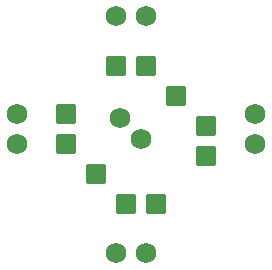
<source format=gbs>
G04 Layer: BottomSolderMaskLayer*
G04 EasyEDA v6.5.22, 2024-04-13 17:31:40*
G04 Gerber Generator version 0.2*
G04 Scale: 100 percent, Rotated: No, Reflected: No *
G04 Dimensions in millimeters *
G04 leading zeros omitted , absolute positions ,4 integer and 5 decimal *
%FSLAX45Y45*%
%MOMM*%

%AMMACRO1*1,1,$1,$2,$3*1,1,$1,$4,$5*1,1,$1,0-$2,0-$3*1,1,$1,0-$4,0-$5*20,1,$1,$2,$3,$4,$5,0*20,1,$1,$4,$5,0-$2,0-$3,0*20,1,$1,0-$2,0-$3,0-$4,0-$5,0*20,1,$1,0-$4,0-$5,$2,$3,0*4,1,4,$2,$3,$4,$5,0-$2,0-$3,0-$4,0-$5,$2,$3,0*%
%ADD10MACRO1,0.1016X0.7874X0.7874X0.7874X-0.7874*%
%ADD11C,1.7526*%

%LPD*%
D10*
G01*
X-292100Y-381000D03*
G01*
X381000Y279400D03*
G01*
X635000Y25400D03*
G01*
X635000Y-228600D03*
G01*
X215900Y-635000D03*
G01*
X-38100Y-635000D03*
G01*
X127000Y533400D03*
G01*
X-127000Y533400D03*
G01*
X-546100Y127000D03*
G01*
X-546100Y-127000D03*
D11*
G01*
X-965200Y127000D03*
G01*
X-965200Y-127000D03*
G01*
X-127000Y952500D03*
G01*
X127000Y952500D03*
G01*
X-89801Y89801D03*
G01*
X89801Y-89801D03*
G01*
X127000Y-1054100D03*
G01*
X-127000Y-1054100D03*
G01*
X1054100Y127000D03*
G01*
X1054100Y-127000D03*
M02*

</source>
